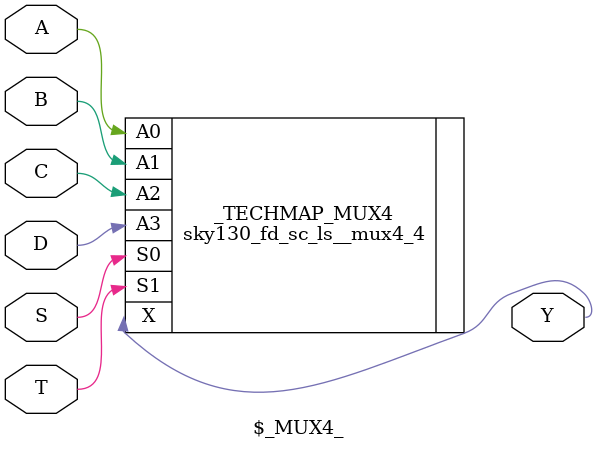
<source format=v>
module \$_MUX4_ (
    output Y,
    input A,
    input B,
    input C,
    input D,
    input S,
    input T
    );
  sky130_fd_sc_ls__mux4_4 _TECHMAP_MUX4 (
      .X(Y),
      .A0(A),
      .A1(B),
      .A2(C),
      .A3(D),
      .S0(S),
      .S1(T)
  );
endmodule
</source>
